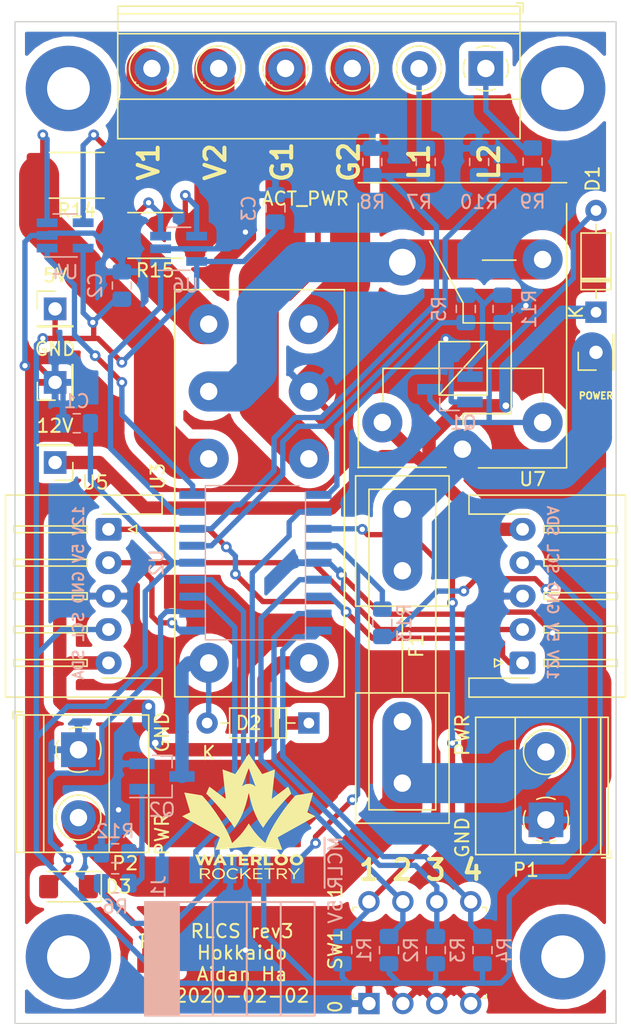
<source format=kicad_pcb>
(kicad_pcb (version 20171130) (host pcbnew "(5.1.5-0-10_14)")
  (layers (0 F.Cu signal) (31 B.Cu signal) (34 B.Paste user hide) (35 F.Paste user hide) (36 B.SilkS user) (37 F.SilkS user) (38 B.Mask user) (39 F.Mask user) (44 Edge.Cuts user))
  (net 0 "")
  (net 1 +12V)
  (net 2 "Net-(Q1-Pad1)")
  (net 3 "Net-(Q2-Pad1)")
  (net 4 "Net-(U1-Pad4)")
  (net 5 GND)
  (net 6 +5V)
  (net 7 "Net-(F1-Pad1)")
  (net 8 "Net-(P3-Pad1)")
  (net 9 "Net-(P3-Pad2)")
  (net 10 "Net-(D1-Pad2)")
  (net 11 "Net-(D2-Pad2)")
  (net 12 "Net-(F1-Pad2)")
  (net 13 /~MCLR)
  (net 14 /ICSPDAT)
  (net 15 /ICSPCLK)
  (net 16 /G2)
  (net 17 /G1)
  (net 18 /P2)
  (net 19 /P1)
  (net 20 /DIP_1)
  (net 21 /DIP_2)
  (net 22 /DIP_3)
  (net 23 /DIP_4)
  (net 24 /POWER)
  (net 25 /SELECT)
  (net 26 /LIM1)
  (net 27 /LIM2)
  (net 28 "Net-(R14-Pad2)")
  (net 29 "Net-(R15-Pad2)")
  (net 30 /CURR_SENSE_1)
  (net 31 /CURR_SENSE_2)
  (net 32 /SCL)
  (net 33 /SDA)
  (net 34 "Net-(D3-Pad1)")
  (net 35 "Net-(D3-Pad2)")
  (module Resistor_SMD:R_0805_2012Metric_Pad1.15x1.40mm_HandSolder (layer F.Cu) (at 140.75 139.5)
    (fp_text reference R16 (at 0 -1.65) (layer F.SilkS))
    (fp_text value R)
    (pad 2 smd roundrect (at 1.025 0) (size 1.15 1.4) (layers F.Cu F.Paste F.Mask) (roundrect_rratio 0.217391) (net 5 GND))
    (pad 1 smd roundrect (at -1.025 0) (size 1.15 1.4) (layers F.Cu F.Paste F.Mask) (roundrect_rratio 0.217391) (net 34 "Net-(D3-Pad1)"))
  )
  (module LED_SMD:LED_1206_3216Metric_Pad1.42x1.75mm_HandSolder (layer F.Cu) (at 134 133.75 180)
    (fp_text reference D3 (at -3.75 0) (layer F.SilkS))
    (fp_text value D)
    (pad 2 smd roundrect (at 1.4875 0 180) (size 1.425 1.75) (layers F.Cu F.Paste F.Mask) (roundrect_rratio 0.175439) (net 35 "Net-(D3-Pad2)"))
    (pad 1 smd roundrect (at -1.4875 0 180) (size 1.425 1.75) (layers F.Cu F.Paste F.Mask) (roundrect_rratio 0.175439) (net 34 "Net-(D3-Pad1)"))
  )
  (module TerminalBlock_Phoenix:TerminalBlock_Phoenix_MKDS-1,5-2-5.08_1x02_P5.08mm_Horizontal (layer F.Cu) (at 134.75 123.5 270)
    (fp_text reference "PWR      GND" (at 2.54 -6.26 90) (layer F.SilkS))
    (fp_text value ACT_PWR)
    (pad 2 thru_hole circle (at 5.08 0 270) (size 2.6 2.6) (drill 1.3) (layers *.Cu *.Mask) (net 7 "Net-(F1-Pad1)"))
    (pad 1 thru_hole rect (at 0 0 270) (size 2.6 2.6) (drill 1.3) (layers *.Cu *.Mask) (net 5 GND))
  )
  (module rlcs:PinHeader_5x2.54_SMD_90deg_952-3198-1-ND (layer B.Cu) (at 141 132.5)
    (fp_text reference J1 (at -0.25 1.25 270) (layer B.SilkS) (effects (justify mirror)))
    (fp_text value "Programming Header")
    (pad 1 smd rect (at 0 0) (size 1 2) (layers B.Cu B.Paste B.Mask) (net 15 /ICSPCLK))
    (pad 2 smd rect (at 2.54 0) (size 1 2) (layers B.Cu B.Paste B.Mask) (net 14 /ICSPDAT))
    (pad 3 smd rect (at 5.08 0) (size 1 2) (layers B.Cu B.Paste B.Mask) (net 5 GND))
    (pad 4 smd rect (at 7.62 0) (size 1 2) (layers B.Cu B.Paste B.Mask) (net 6 +5V))
    (pad 5 smd rect (at 10.16 0) (size 1 2) (layers B.Cu B.Paste B.Mask) (net 13 /~MCLR))
  )
  (module rlcs:PIC16F1826-ISO (layer B.Cu) (at 148 109.5 270)
    (fp_text reference U2 (at 0 7.4 270) (layer B.SilkS) (effects (justify mirror)))
    (fp_text value PIC16F1826-ISO)
    (pad 18 smd rect (at -5.08 4.7 270) (size 0.6 2) (layers B.Cu B.Paste B.Mask) (net 30 /CURR_SENSE_1))
    (pad 17 smd rect (at -3.81 4.7 270) (size 0.6 2) (layers B.Cu B.Paste B.Mask) (net 31 /CURR_SENSE_2))
    (pad 16 smd rect (at -2.54 4.7 270) (size 0.6 2) (layers B.Cu B.Paste B.Mask) (net 26 /LIM1))
    (pad 15 smd rect (at -1.27 4.7 270) (size 0.6 2) (layers B.Cu B.Paste B.Mask) (net 27 /LIM2))
    (pad 14 smd rect (at 0 4.7 270) (size 0.6 2) (layers B.Cu B.Paste B.Mask) (net 6 +5V))
    (pad 13 smd rect (at 1.27 4.7 270) (size 0.6 2) (layers B.Cu B.Paste B.Mask) (net 14 /ICSPDAT))
    (pad 12 smd rect (at 2.54 4.7 270) (size 0.6 2) (layers B.Cu B.Paste B.Mask) (net 15 /ICSPCLK))
    (pad 11 smd rect (at 3.81 4.7 270) (size 0.6 2) (layers B.Cu B.Paste B.Mask) (net 35 "Net-(D3-Pad2)"))
    (pad 10 smd rect (at 5.08 4.7 270) (size 0.6 2) (layers B.Cu B.Paste B.Mask) (net 32 /SCL))
    (pad 9 smd rect (at 5.08 -4.7 270) (size 0.6 2) (layers B.Cu B.Paste B.Mask) (net 23 /DIP_4))
    (pad 8 smd rect (at 3.81 -4.7 270) (size 0.6 2) (layers B.Cu B.Paste B.Mask) (net 22 /DIP_3))
    (pad 7 smd rect (at 2.54 -4.7 270) (size 0.6 2) (layers B.Cu B.Paste B.Mask) (net 33 /SDA))
    (pad 6 smd rect (at 1.27 -4.7 270) (size 0.6 2) (layers B.Cu B.Paste B.Mask) (net 21 /DIP_2))
    (pad 5 smd rect (at 0 -4.7 270) (size 0.6 2) (layers B.Cu B.Paste B.Mask) (net 5 GND))
    (pad 4 smd rect (at -1.27 -4.7 270) (size 0.6 2) (layers B.Cu B.Paste B.Mask) (net 13 /~MCLR))
    (pad 3 smd rect (at -2.54 -4.7 270) (size 0.6 2) (layers B.Cu B.Paste B.Mask) (net 20 /DIP_1))
    (pad 2 smd rect (at -3.81 -4.7 270) (size 0.6 2) (layers B.Cu B.Paste B.Mask) (net 25 /SELECT))
    (pad 1 smd rect (at -5.08 -4.7 270) (size 0.6 2) (layers B.Cu B.Paste B.Mask) (net 24 /POWER))
  )
  (module TerminalBlock_Phoenix:TerminalBlock_Phoenix_MKDS-1,5-6_1x06_P5.00mm_Horizontal (layer F.Cu) (at 165.25 72.5 180)
    (fp_text reference ACT_PWR (at 13.5 -9.75) (layer F.SilkS))
    (fp_text value ACTUATOR)
    (pad 6 thru_hole circle (at 25 0 180) (size 2.6 2.6) (drill 1.3) (layers *.Cu *.Mask) (net 19 /P1))
    (pad 5 thru_hole circle (at 20 0 180) (size 2.6 2.6) (drill 1.3) (layers *.Cu *.Mask) (net 18 /P2))
    (pad 4 thru_hole circle (at 15 0 180) (size 2.6 2.6) (drill 1.3) (layers *.Cu *.Mask) (net 17 /G1))
    (pad 3 thru_hole circle (at 10 0 180) (size 2.6 2.6) (drill 1.3) (layers *.Cu *.Mask) (net 16 /G2))
    (pad 2 thru_hole circle (at 5 0 180) (size 2.6 2.6) (drill 1.3) (layers *.Cu *.Mask) (net 9 "Net-(P3-Pad2)"))
    (pad 1 thru_hole rect (at 0 0 180) (size 2.6 2.6) (drill 1.3) (layers *.Cu *.Mask) (net 8 "Net-(P3-Pad1)"))
  )
  (module Connector_JST:JST_XH_S5B-XH-A-1_1x05_P2.50mm_Horizontal (layer F.Cu) (at 137 107 270)
    (fp_text reference U5 (at -3.5 1) (layer F.SilkS))
    (fp_text value CONN_01x05)
    (pad 5 thru_hole oval (at 10 0 270) (size 1.7 1.95) (drill 0.95) (layers *.Cu *.Mask) (net 1 +12V))
    (pad 4 thru_hole oval (at 7.5 0 270) (size 1.7 1.95) (drill 0.95) (layers *.Cu *.Mask) (net 6 +5V))
    (pad 3 thru_hole oval (at 5 0 270) (size 1.7 1.95) (drill 0.95) (layers *.Cu *.Mask) (net 5 GND))
    (pad 2 thru_hole oval (at 2.5 0 270) (size 1.7 1.95) (drill 0.95) (layers *.Cu *.Mask) (net 32 /SCL))
    (pad 1 thru_hole roundrect (at 0 0 270) (size 1.7 1.95) (drill 0.95) (layers *.Cu *.Mask) (roundrect_rratio 0.147059) (net 33 /SDA))
  )
  (module rlcs:Relay_DPDT_RT424012F (layer F.Cu) (at 144.5 117 90)
    (fp_text reference U3 (at 13.97 -3.81 90) (layer F.SilkS))
    (fp_text value dpdt_relay)
    (pad 3 thru_hole circle (at 0 0 90) (size 3 3) (drill 1.3) (layers *.Cu *.Mask) (net 11 "Net-(D2-Pad2)"))
    (pad 4 thru_hole circle (at 0 7.5 90) (size 3 3) (drill 1.3) (layers *.Cu *.Mask) (net 1 +12V))
    (pad 1 thru_hole circle (at 20.32 0 90) (size 3 3) (drill 1.3) (layers *.Cu *.Mask) (net 4 "Net-(U1-Pad4)"))
    (pad 8 thru_hole circle (at 25.36 7.5 90) (size 3 3) (drill 1.3) (layers *.Cu *.Mask) (net 16 /G2))
    (pad 7 thru_hole circle (at 15.28 7.5 90) (size 3 3) (drill 1.3) (layers *.Cu *.Mask) (net 17 /G1))
    (pad 5 thru_hole circle (at 15.28 0 90) (size 3 3) (drill 1.3) (layers *.Cu *.Mask) (net 28 "Net-(R14-Pad2)"))
    (pad 2 thru_hole circle (at 20.32 7.5 90) (size 3 3) (drill 1.3) (layers *.Cu *.Mask) (net 5 GND))
    (pad 6 thru_hole circle (at 25.36 0 90) (size 3 3) (drill 1.3) (layers *.Cu *.Mask) (net 29 "Net-(R15-Pad2)"))
  )
  (module MountingHole:MountingHole_3.2mm_M3_Pad (layer F.Cu) (at 134 139)
    (fp_text reference "" (at 0 -4.2) (layer F.SilkS))
    (fp_text value MountingHole_3.2mm_M3_Pad)
    (pad 1 thru_hole circle (at 0 0) (size 6.4 6.4) (drill 3.2) (layers *.Cu *.Mask))
  )
  (module MountingHole:MountingHole_3.2mm_M3_Pad (layer F.Cu) (at 171 139)
    (fp_text reference "" (at 0 -4.2) (layer F.SilkS))
    (fp_text value MountingHole_3.2mm_M3_Pad)
    (pad 1 thru_hole circle (at 0 0) (size 6.4 6.4) (drill 3.2) (layers *.Cu *.Mask))
  )
  (module rlcs:rocketry_logo_small (layer F.Cu) (at 147.5 128.5)
    (fp_text reference G*** hide)
    (fp_text value LOGO hide)
  )
  (module MountingHole:MountingHole_3.2mm_M3_Pad (layer F.Cu) (at 171 74)
    (fp_text reference "" (at 0 -4.2) (layer F.SilkS))
    (fp_text value MountingHole_3.2mm_M3_Pad)
    (pad 1 thru_hole circle (at 0 0) (size 6.4 6.4) (drill 3.2) (layers *.Cu *.Mask))
  )
  (module MountingHole:MountingHole_3.2mm_M3_Pad (layer F.Cu) (at 134 74)
    (fp_text reference "" (at 0 -4.2) (layer F.SilkS))
    (fp_text value MountingHole_3.2mm_M3_Pad)
    (pad 1 thru_hole circle (at 0 0) (size 6.4 6.4) (drill 3.2) (layers *.Cu *.Mask))
  )
  (module rlcs:Relay_SPST_G5LE-1A (layer F.Cu) (at 163.5 101 90)
    (fp_text reference U1 hide)
    (fp_text value SPST_POWER_RELAY)
    (pad 2 thru_hole circle (at 2 6 180) (size 3 3) (drill 1.3) (layers *.Cu *.Mask) (net 10 "Net-(D1-Pad2)"))
    (pad 4 thru_hole circle (at 14.2 6 180) (size 3 3) (drill 1.3) (layers *.Cu *.Mask) (net 4 "Net-(U1-Pad4)"))
    (pad 1 thru_hole circle (at 2 -6 180) (size 3 3) (drill 1.3) (layers *.Cu *.Mask) (net 1 +12V))
    (pad 3 thru_hole circle (at 0 0 180) (size 3 3) (drill 1.3) (layers *.Cu *.Mask) (net 12 "Net-(F1-Pad2)"))
  )
  (module Package_TO_SOT_SMD:SOT-23-5_HandSoldering (layer B.Cu) (at 133.75 85)
    (fp_text reference U4 (at 0 2.75 180) (layer B.SilkS) (effects (justify mirror)))
    (fp_text value INA180A1)
    (pad 5 smd rect (at 1.35 0.95) (size 1.56 0.65) (layers B.Cu B.Paste B.Mask) (net 6 +5V))
    (pad 4 smd rect (at 1.35 -0.95) (size 1.56 0.65) (layers B.Cu B.Paste B.Mask) (net 19 /P1))
    (pad 3 smd rect (at -1.35 -0.95) (size 1.56 0.65) (layers B.Cu B.Paste B.Mask) (net 28 "Net-(R14-Pad2)"))
    (pad 2 smd rect (at -1.35 0) (size 1.56 0.65) (layers B.Cu B.Paste B.Mask) (net 5 GND))
    (pad 1 smd rect (at -1.35 0.95) (size 1.56 0.65) (layers B.Cu B.Paste B.Mask) (net 30 /CURR_SENSE_1))
  )
  (module Socket_Strips:Socket_Strip_Straight_1x01_Pitch2.54mm (layer F.Cu) (at 133 96 90)
    (fp_text reference GND (at 2.5 0 180) (layer F.SilkS))
    (fp_text value TEST_1P)
    (pad 1 thru_hole rect (at 0 0 90) (size 1.7 1.7) (drill 1) (layers *.Cu *.Mask) (net 5 GND))
  )
  (module Socket_Strips:Socket_Strip_Straight_1x01_Pitch2.54mm (layer F.Cu) (at 133 102 180)
    (fp_text reference 12V (at 0 2.75) (layer F.SilkS))
    (fp_text value TEST_1P)
    (pad 1 thru_hole rect (at 0 0 180) (size 1.7 1.7) (drill 1) (layers *.Cu *.Mask) (net 1 +12V))
  )
  (module Socket_Strips:Socket_Strip_Straight_1x01_Pitch2.54mm (layer F.Cu) (at 133 90.5)
    (fp_text reference 5V (at 0 -2.5) (layer F.SilkS))
    (fp_text value TEST_1P)
    (pad 1 thru_hole rect (at 0 0) (size 1.7 1.7) (drill 1) (layers *.Cu *.Mask) (net 6 +5V))
  )
  (module Socket_Strips:Socket_Strip_Straight_1x01_Pitch2.54mm (layer F.Cu) (at 173.5 93.75 90)
    (fp_text reference POWER (at -3.25 0) (layer F.SilkS) (effects (font (size 0.5 0.5) (thickness 0.125))))
    (fp_text value TEST_1P)
    (pad 1 thru_hole rect (at 0 0 90) (size 1.7 1.7) (drill 1) (layers *.Cu *.Mask) (net 12 "Net-(F1-Pad2)"))
  )
  (module Capacitor_SMD:C_0805_2012Metric_Pad1.15x1.40mm_HandSolder (layer B.Cu) (at 134.62 99.06 180)
    (fp_text reference C1 (at 0 1.65 180) (layer B.SilkS) (effects (justify mirror)))
    (fp_text value 22uF)
    (pad 1 smd roundrect (at -1.025 0 180) (size 1.15 1.4) (layers B.Cu B.Paste B.Mask) (roundrect_rratio 0.217391) (net 6 +5V))
    (pad 2 smd roundrect (at 1.025 0 180) (size 1.15 1.4) (layers B.Cu B.Paste B.Mask) (roundrect_rratio 0.217391) (net 5 GND))
  )
  (module Capacitor_SMD:C_0805_2012Metric_Pad1.15x1.40mm_HandSolder (layer B.Cu) (at 138 88.75 270)
    (fp_text reference C2 (at 0 2 90) (layer B.SilkS) (effects (justify mirror)))
    (fp_text value 0.1uF)
    (pad 1 smd roundrect (at -1.025 0 270) (size 1.15 1.4) (layers B.Cu B.Paste B.Mask) (roundrect_rratio 0.217391) (net 5 GND))
    (pad 2 smd roundrect (at 1.025 0 270) (size 1.15 1.4) (layers B.Cu B.Paste B.Mask) (roundrect_rratio 0.217391) (net 6 +5V))
  )
  (module Capacitor_SMD:C_0805_2012Metric_Pad1.15x1.40mm_HandSolder (layer B.Cu) (at 149.5 82.975 270)
    (fp_text reference C3 (at 0 2 90) (layer B.SilkS) (effects (justify mirror)))
    (fp_text value 0.1uF)
    (pad 1 smd roundrect (at -1.025 0 270) (size 1.15 1.4) (layers B.Cu B.Paste B.Mask) (roundrect_rratio 0.217391) (net 5 GND))
    (pad 2 smd roundrect (at 1.025 0 270) (size 1.15 1.4) (layers B.Cu B.Paste B.Mask) (roundrect_rratio 0.217391) (net 6 +5V))
  )
  (module Diode_THT:D_DO-35_SOD27_P7.62mm_Horizontal (layer F.Cu) (at 173.5 90.75 90)
    (fp_text reference D1 (at 10 -0.25 270) (layer F.SilkS))
    (fp_text value D)
    (fp_text user K (at 0 -1.5 90) (layer F.SilkS))
    (pad 1 thru_hole rect (at 0 0 90) (size 1.6 1.6) (drill 0.8) (layers *.Cu *.Mask) (net 1 +12V))
    (pad 2 thru_hole oval (at 7.62 0 90) (size 1.6 1.6) (drill 0.8) (layers *.Cu *.Mask) (net 10 "Net-(D1-Pad2)"))
  )
  (module Diode_THT:D_DO-35_SOD27_P7.62mm_Horizontal (layer F.Cu) (at 152 121.5 180)
    (fp_text reference D2 (at 4.5 0 180) (layer F.SilkS))
    (fp_text value D)
    (fp_text user K (at 7.5 -2.25) (layer F.SilkS))
    (pad 2 thru_hole oval (at 7.62 0 180) (size 1.6 1.6) (drill 0.8) (layers *.Cu *.Mask) (net 11 "Net-(D2-Pad2)"))
    (pad 1 thru_hole rect (at 0 0 180) (size 1.6 1.6) (drill 0.8) (layers *.Cu *.Mask) (net 1 +12V))
  )
  (module rlcs:littlefuse_01000020Z (layer F.Cu) (at 159 126 90)
    (fp_text reference F1 (at 10.275 1.05 270) (layer F.SilkS))
    (fp_text value FUSE)
    (pad 2 thru_hole circle (at 15.9 0 90) (size 2.35 2.35) (drill 1.3) (layers *.Cu *.Mask) (net 12 "Net-(F1-Pad2)"))
    (pad 2 thru_hole circle (at 20.5 0 90) (size 2.35 2.35) (drill 1.3) (layers *.Cu *.Mask) (net 12 "Net-(F1-Pad2)"))
    (pad 1 thru_hole circle (at 4.6 0 90) (size 2.35 2.35) (drill 1.3) (layers *.Cu *.Mask) (net 7 "Net-(F1-Pad1)"))
    (pad 1 thru_hole circle (at 0 0 90) (size 2.35 2.35) (drill 1.3) (layers *.Cu *.Mask) (net 7 "Net-(F1-Pad1)"))
  )
  (module TerminalBlock_Phoenix:TerminalBlock_Phoenix_MKDS-1,5-2-5.08_1x02_P5.08mm_Horizontal (layer F.Cu) (at 169.75 128.75 90)
    (fp_text reference "GND      PWR" (at 2.54 -6.26 90) (layer F.SilkS))
    (fp_text value ACT_PWR)
    (pad 1 thru_hole rect (at 0 0 90) (size 2.6 2.6) (drill 1.3) (layers *.Cu *.Mask) (net 5 GND))
    (pad 2 thru_hole circle (at 5.08 0 90) (size 2.6 2.6) (drill 1.3) (layers *.Cu *.Mask) (net 7 "Net-(F1-Pad1)"))
  )
  (module Resistor_SMD:R_0805_2012Metric_Pad1.15x1.40mm_HandSolder (layer B.Cu) (at 154.5 138.5 90)
    (fp_text reference R1 (at 0 1.65 270) (layer B.SilkS) (effects (justify mirror)))
    (fp_text value 10k)
    (pad 1 smd roundrect (at -1.025 0 90) (size 1.15 1.4) (layers B.Cu B.Paste B.Mask) (roundrect_rratio 0.217391) (net 6 +5V))
    (pad 2 smd roundrect (at 1.025 0 90) (size 1.15 1.4) (layers B.Cu B.Paste B.Mask) (roundrect_rratio 0.217391) (net 20 /DIP_1))
  )
  (module Resistor_SMD:R_0805_2012Metric_Pad1.15x1.40mm_HandSolder (layer B.Cu) (at 158 138.5 90)
    (fp_text reference R2 (at 0 1.65 270) (layer B.SilkS) (effects (justify mirror)))
    (fp_text value 10k)
    (pad 1 smd roundrect (at -1.025 0 90) (size 1.15 1.4) (layers B.Cu B.Paste B.Mask) (roundrect_rratio 0.217391) (net 6 +5V))
    (pad 2 smd roundrect (at 1.025 0 90) (size 1.15 1.4) (layers B.Cu B.Paste B.Mask) (roundrect_rratio 0.217391) (net 21 /DIP_2))
  )
  (module Resistor_SMD:R_0805_2012Metric_Pad1.15x1.40mm_HandSolder (layer B.Cu) (at 161.5 138.5 90)
    (fp_text reference R3 (at 0 1.65 270) (layer B.SilkS) (effects (justify mirror)))
    (fp_text value 10k)
    (pad 2 smd roundrect (at 1.025 0 90) (size 1.15 1.4) (layers B.Cu B.Paste B.Mask) (roundrect_rratio 0.217391) (net 22 /DIP_3))
    (pad 1 smd roundrect (at -1.025 0 90) (size 1.15 1.4) (layers B.Cu B.Paste B.Mask) (roundrect_rratio 0.217391) (net 6 +5V))
  )
  (module Resistor_SMD:R_0805_2012Metric_Pad1.15x1.40mm_HandSolder (layer B.Cu) (at 165 138.5 90)
    (fp_text reference R4 (at 0 1.65 270) (layer B.SilkS) (effects (justify mirror)))
    (fp_text value 10k)
    (pad 2 smd roundrect (at 1.025 0 90) (size 1.15 1.4) (layers B.Cu B.Paste B.Mask) (roundrect_rratio 0.217391) (net 23 /DIP_4))
    (pad 1 smd roundrect (at -1.025 0 90) (size 1.15 1.4) (layers B.Cu B.Paste B.Mask) (roundrect_rratio 0.217391) (net 6 +5V))
  )
  (module Resistor_SMD:R_0805_2012Metric_Pad1.15x1.40mm_HandSolder (layer B.Cu) (at 163.75 90.5 270)
    (fp_text reference R5 (at 0 2 270) (layer B.SilkS) (effects (justify mirror)))
    (fp_text value 150)
    (pad 1 smd roundrect (at -1.025 0 270) (size 1.15 1.4) (layers B.Cu B.Paste B.Mask) (roundrect_rratio 0.217391) (net 2 "Net-(Q1-Pad1)"))
    (pad 2 smd roundrect (at 1.025 0 270) (size 1.15 1.4) (layers B.Cu B.Paste B.Mask) (roundrect_rratio 0.217391) (net 24 /POWER))
  )
  (module Resistor_SMD:R_0805_2012Metric_Pad1.15x1.40mm_HandSolder (layer B.Cu) (at 137.5 133.5 180)
    (fp_text reference R6 (at 0 -1.75 180) (layer B.SilkS) (effects (justify mirror)))
    (fp_text value 150)
    (pad 2 smd roundrect (at 1.025 0 180) (size 1.15 1.4) (layers B.Cu B.Paste B.Mask) (roundrect_rratio 0.217391) (net 25 /SELECT))
    (pad 1 smd roundrect (at -1.025 0 180) (size 1.15 1.4) (layers B.Cu B.Paste B.Mask) (roundrect_rratio 0.217391) (net 3 "Net-(Q2-Pad1)"))
  )
  (module Resistor_SMD:R_0805_2012Metric_Pad1.15x1.40mm_HandSolder (layer B.Cu) (at 160.75 79.5 270)
    (fp_text reference R7 (at 3 0.5) (layer B.SilkS) (effects (justify mirror)))
    (fp_text value 20K)
    (pad 2 smd roundrect (at 1.025 0 270) (size 1.15 1.4) (layers B.Cu B.Paste B.Mask) (roundrect_rratio 0.217391) (net 26 /LIM1))
    (pad 1 smd roundrect (at -1.025 0 270) (size 1.15 1.4) (layers B.Cu B.Paste B.Mask) (roundrect_rratio 0.217391) (net 9 "Net-(P3-Pad2)"))
  )
  (module Resistor_SMD:R_0805_2012Metric_Pad1.15x1.40mm_HandSolder (layer B.Cu) (at 156.75 79.5 90)
    (fp_text reference R8 (at -3 0) (layer B.SilkS) (effects (justify mirror)))
    (fp_text value 10K)
    (pad 1 smd roundrect (at -1.025 0 90) (size 1.15 1.4) (layers B.Cu B.Paste B.Mask) (roundrect_rratio 0.217391) (net 26 /LIM1))
    (pad 2 smd roundrect (at 1.025 0 90) (size 1.15 1.4) (layers B.Cu B.Paste B.Mask) (roundrect_rratio 0.217391) (net 5 GND))
  )
  (module Resistor_SMD:R_0805_2012Metric_Pad1.15x1.40mm_HandSolder (layer B.Cu) (at 168.75 79.475 270)
    (fp_text reference R9 (at 3 0) (layer B.SilkS) (effects (justify mirror)))
    (fp_text value 20K)
    (pad 1 smd roundrect (at -1.025 0 270) (size 1.15 1.4) (layers B.Cu B.Paste B.Mask) (roundrect_rratio 0.217391) (net 8 "Net-(P3-Pad1)"))
    (pad 2 smd roundrect (at 1.025 0 270) (size 1.15 1.4) (layers B.Cu B.Paste B.Mask) (roundrect_rratio 0.217391) (net 27 /LIM2))
  )
  (module Resistor_SMD:R_0805_2012Metric_Pad1.15x1.40mm_HandSolder (layer B.Cu) (at 164.75 79.5 90)
    (fp_text reference R10 (at -3 0) (layer B.SilkS) (effects (justify mirror)))
    (fp_text value 10K)
    (pad 2 smd roundrect (at 1.025 0 90) (size 1.15 1.4) (layers B.Cu B.Paste B.Mask) (roundrect_rratio 0.217391) (net 5 GND))
    (pad 1 smd roundrect (at -1.025 0 90) (size 1.15 1.4) (layers B.Cu B.Paste B.Mask) (roundrect_rratio 0.217391) (net 27 /LIM2))
  )
  (module Resistor_SMD:R_0805_2012Metric_Pad1.15x1.40mm_HandSolder (layer B.Cu) (at 166.5 90.5 270)
    (fp_text reference R11 (at 0 -2 90) (layer B.SilkS) (effects (justify mirror)))
    (fp_text value 10K)
    (pad 2 smd roundrect (at 1.025 0 270) (size 1.15 1.4) (layers B.Cu B.Paste B.Mask) (roundrect_rratio 0.217391) (net 5 GND))
    (pad 1 smd roundrect (at -1.025 0 270) (size 1.15 1.4) (layers B.Cu B.Paste B.Mask) (roundrect_rratio 0.217391) (net 2 "Net-(Q1-Pad1)"))
  )
  (module Resistor_SMD:R_0805_2012Metric_Pad1.15x1.40mm_HandSolder (layer B.Cu) (at 137.5 131.25 180)
    (fp_text reference R12 (at 0 1.65) (layer B.SilkS) (effects (justify mirror)))
    (fp_text value 10K)
    (pad 1 smd roundrect (at -1.025 0 180) (size 1.15 1.4) (layers B.Cu B.Paste B.Mask) (roundrect_rratio 0.217391) (net 3 "Net-(Q2-Pad1)"))
    (pad 2 smd roundrect (at 1.025 0 180) (size 1.15 1.4) (layers B.Cu B.Paste B.Mask) (roundrect_rratio 0.217391) (net 5 GND))
  )
  (module Resistor_SMD:R_0805_2012Metric_Pad1.15x1.40mm_HandSolder (layer B.Cu) (at 157.5 114 90)
    (fp_text reference R13 (at 0 1.65 90) (layer B.SilkS) (effects (justify mirror)))
    (fp_text value 10K)
    (pad 1 smd roundrect (at -1.025 0 90) (size 1.15 1.4) (layers B.Cu B.Paste B.Mask) (roundrect_rratio 0.217391) (net 6 +5V))
    (pad 2 smd roundrect (at 1.025 0 90) (size 1.15 1.4) (layers B.Cu B.Paste B.Mask) (roundrect_rratio 0.217391) (net 13 /~MCLR))
  )
  (module rlcs:DIP_SWITCH_4X2 (layer F.Cu) (at 156.5 142.5 90)
    (fp_text reference "0   SW1   1" (at 4.05 -2.52 90) (layer F.SilkS))
    (fp_text value SW_DIP_x04)
    (pad 8 thru_hole circle (at 7.62 0 90) (size 1.6 1.6) (drill 1) (layers *.Cu *.Mask) (net 20 /DIP_1))
    (pad 7 thru_hole circle (at 7.62 2.54 90) (size 1.6 1.6) (drill 1) (layers *.Cu *.Mask) (net 21 /DIP_2))
    (pad 6 thru_hole circle (at 7.62 5.08 90) (size 1.6 1.6) (drill 1) (layers *.Cu *.Mask) (net 22 /DIP_3))
    (pad 5 thru_hole circle (at 7.62 7.62 90) (size 1.6 1.6) (drill 1) (layers *.Cu *.Mask) (net 23 /DIP_4))
    (pad 4 thru_hole circle (at 0 7.62 90) (size 1.6 1.6) (drill 1) (layers *.Cu *.Mask) (net 5 GND))
    (pad 3 thru_hole circle (at 0 5.08 90) (size 1.6 1.6) (drill 1) (layers *.Cu *.Mask) (net 5 GND))
    (pad 2 thru_hole circle (at 0 2.54 90) (size 1.6 1.6) (drill 1) (layers *.Cu *.Mask) (net 5 GND))
    (pad 1 thru_hole rect (at 0 0 90) (size 1.6 1.6) (drill 1) (layers *.Cu *.Mask) (net 5 GND))
  )
  (module Connector_JST:JST_XH_S5B-XH-A-1_1x05_P2.50mm_Horizontal (layer F.Cu) (at 168 117 90)
    (fp_text reference U7 (at 13.75 0.75 180) (layer F.SilkS))
    (fp_text value CONN_01x05)
    (pad 1 thru_hole roundrect (at 0 0 90) (size 1.7 1.95) (drill 0.95) (layers *.Cu *.Mask) (roundrect_rratio 0.147059) (net 33 /SDA))
    (pad 2 thru_hole oval (at 2.5 0 90) (size 1.7 1.95) (drill 0.95) (layers *.Cu *.Mask) (net 32 /SCL))
    (pad 3 thru_hole oval (at 5 0 90) (size 1.7 1.95) (drill 0.95) (layers *.Cu *.Mask) (net 5 GND))
    (pad 4 thru_hole oval (at 7.5 0 90) (size 1.7 1.95) (drill 0.95) (layers *.Cu *.Mask) (net 6 +5V))
    (pad 5 thru_hole oval (at 10 0 90) (size 1.7 1.95) (drill 0.95) (layers *.Cu *.Mask) (net 1 +12V))
  )
  (module Package_TO_SOT_SMD:SOT-23-5_HandSoldering (layer B.Cu) (at 142.25 86)
    (fp_text reference U6 (at 0.5 2.75 180) (layer B.SilkS) (effects (justify mirror)))
    (fp_text value INA180A1)
    (pad 1 smd rect (at -1.35 0.95) (size 1.56 0.65) (layers B.Cu B.Paste B.Mask) (net 31 /CURR_SENSE_2))
    (pad 2 smd rect (at -1.35 0) (size 1.56 0.65) (layers B.Cu B.Paste B.Mask) (net 5 GND))
    (pad 3 smd rect (at -1.35 -0.95) (size 1.56 0.65) (layers B.Cu B.Paste B.Mask) (net 29 "Net-(R15-Pad2)"))
    (pad 4 smd rect (at 1.35 -0.95) (size 1.56 0.65) (layers B.Cu B.Paste B.Mask) (net 18 /P2))
    (pad 5 smd rect (at 1.35 0.95) (size 1.56 0.65) (layers B.Cu B.Paste B.Mask) (net 6 +5V))
  )
  (module Resistor_SMD:R_2512_6332Metric_Pad1.52x3.35mm_HandSolder (layer F.Cu) (at 134.62 80.5 180)
    (fp_text reference R14 (at 0 -2.62) (layer F.SilkS))
    (fp_text value 0.02)
    (pad 1 smd roundrect (at -2.9875 0 180) (size 1.525 3.35) (layers F.Cu F.Paste F.Mask) (roundrect_rratio 0.163934) (net 19 /P1))
    (pad 2 smd roundrect (at 2.9875 0 180) (size 1.525 3.35) (layers F.Cu F.Paste F.Mask) (roundrect_rratio 0.163934) (net 28 "Net-(R14-Pad2)"))
  )
  (module Resistor_SMD:R_2512_6332Metric_Pad1.52x3.35mm_HandSolder (layer F.Cu) (at 140.5 85 180)
    (fp_text reference R15 (at 0 -2.62) (layer F.SilkS))
    (fp_text value 0.02)
    (pad 2 smd roundrect (at 2.9875 0 180) (size 1.525 3.35) (layers F.Cu F.Paste F.Mask) (roundrect_rratio 0.163934) (net 29 "Net-(R15-Pad2)"))
    (pad 1 smd roundrect (at -2.9875 0 180) (size 1.525 3.35) (layers F.Cu F.Paste F.Mask) (roundrect_rratio 0.163934) (net 18 /P2))
  )
  (module Package_TO_SOT_SMD:SOT-23_Handsoldering (layer B.Cu) (at 162.56 96.52 180)
    (fp_text reference Q1 (at -1 -2.5 180) (layer B.SilkS) (effects (justify mirror)))
    (fp_text value MMBF170)
    (pad 3 smd rect (at 1.5 0 180) (size 1.9 0.8) (layers B.Cu B.Paste B.Mask) (net 10 "Net-(D1-Pad2)"))
    (pad 2 smd rect (at -1.5 -0.95 180) (size 1.9 0.8) (layers B.Cu B.Paste B.Mask) (net 5 GND))
    (pad 1 smd rect (at -1.5 0.95 180) (size 1.9 0.8) (layers B.Cu B.Paste B.Mask) (net 2 "Net-(Q1-Pad1)"))
  )
  (module Package_TO_SOT_SMD:SOT-23_Handsoldering (layer B.Cu) (at 141 125.5)
    (fp_text reference Q2 (at 0 2.5) (layer B.SilkS) (effects (justify mirror)))
    (fp_text value MMBF170)
    (pad 1 smd rect (at -1.5 0.95) (size 1.9 0.8) (layers B.Cu B.Paste B.Mask) (net 3 "Net-(Q2-Pad1)"))
    (pad 2 smd rect (at -1.5 -0.95) (size 1.9 0.8) (layers B.Cu B.Paste B.Mask) (net 5 GND))
    (pad 3 smd rect (at 1.5 0) (size 1.9 0.8) (layers B.Cu B.Paste B.Mask) (net 11 "Net-(D2-Pad2)"))
  )
  (gr_text "P2\n" (at 138.25 132) (layer F.SilkS) (effects (font (size 1 1))))
  (gr_text P1 (at 168.25 132.5) (layer F.SilkS) (effects (font (size 1 1))))
  (gr_text "12V 5V GND SCL SDA" (at 170.25 111.75 270) (layer B.SilkS) (effects (font (size 0.8 0.8)) (justify mirror)))
  (gr_text "12V 5V GND SCL SDA" (at 134.75 111.75 90) (layer B.SilkS) (effects (font (size 0.8 0.8)) (justify mirror)))
  (gr_text "~MCLR 5V" (at 154 133.25 90) (layer B.SilkS) (effects (font (size 1 1)) (justify mirror)))
  (gr_text 1 (at 156.5 132.5) (layer F.SilkS) (effects (font (size 1.5 1.5) (thickness 0.3))))
  (gr_text 2 (at 159 132.5) (layer F.SilkS) (effects (font (size 1.5 1.5) (thickness 0.3))))
  (gr_text 3 (at 161.5 132.5) (layer F.SilkS) (effects (font (size 1.5 1.5) (thickness 0.3))))
  (gr_text 4 (at 164.25 132.5) (layer F.SilkS) (effects (font (size 1.5 1.5) (thickness 0.3))))
  (gr_text L2 (at 165.5 79.5 90) (layer F.SilkS) (effects (font (size 1.5 1.5) (thickness 0.3))))
  (gr_text L1 (at 160.25 79.5 90) (layer F.SilkS) (effects (font (size 1.5 1.5) (thickness 0.3))))
  (gr_line (start 175 144) (end 175 69) (layer Edge.Cuts) (width 0.1))
  (gr_line (start 130 144) (end 175 144) (layer Edge.Cuts) (width 0.1))
  (gr_line (start 130 144) (end 130 69) (layer Edge.Cuts) (width 0.1))
  (gr_line (start 130 69) (end 175 69) (layer Edge.Cuts) (width 0.1))
  (gr_text "RLCS rev3\nHokkaido\nAidan Ha\n2020-02-02" (at 147 139.5) (layer F.SilkS) (effects (font (size 1 1))))
  (gr_text G2 (at 155 79.5 90) (layer F.SilkS) (effects (font (size 1.5 1.5) (thickness 0.3))))
  (gr_text G1 (at 150 79.5 90) (layer F.SilkS) (effects (font (size 1.5 1.5) (thickness 0.3))))
  (gr_text "V2\n" (at 145 79.5 90) (layer F.SilkS) (effects (font (size 1.5 1.5) (thickness 0.3))))
  (gr_text V1 (at 140 79.5 90) (layer F.SilkS) (effects (font (size 1.5 1.5) (thickness 0.3))))
  (segment (start 168 107) (end 165.5 107) (width 1) (layer F.Cu) (net 1))
  (segment (start 150.2 121.5) (end 152 121.5) (width 1) (layer F.Cu) (net 1))
  (segment (start 148.645999 123.054001) (end 150.2 121.5) (width 1) (layer F.Cu) (net 1))
  (segment (start 148.645999 118.232681) (end 148.645999 123.054001) (width 1) (layer F.Cu) (net 1))
  (segment (start 149.87868 117) (end 148.645999 118.232681) (width 1) (layer F.Cu) (net 1))
  (segment (start 152 117) (end 149.87868 117) (width 1) (layer F.Cu) (net 1))
  (segment (start 165.5 107) (end 163.87 105.37) (width 1) (layer F.Cu) (net 1))
  (segment (start 139.7 105.41) (end 137.16 102.87) (width 1) (layer F.Cu) (net 1))
  (segment (start 153.67 105.41) (end 139.7 105.41) (width 1) (layer F.Cu) (net 1))
  (segment (start 136.29 102) (end 137.16 102.87) (width 1) (layer F.Cu) (net 1))
  (segment (start 133 102) (end 136.29 102) (width 1) (layer F.Cu) (net 1))
  (segment (start 137.16 102.87) (end 134.62 105.41) (width 1) (layer F.Cu) (net 1))
  (segment (start 134.62 105.41) (end 133.35 106.68) (width 1) (layer F.Cu) (net 1))
  (segment (start 157.52 101.56) (end 153.67 105.41) (width 1) (layer F.Cu) (net 1))
  (segment (start 160.06 101.56) (end 157.52 101.56) (width 1) (layer F.Cu) (net 1))
  (segment (start 160.06 101.56) (end 157.5 99) (width 1) (layer F.Cu) (net 1))
  (segment (start 163.87 105.37) (end 162.070999 103.570999) (width 1) (layer F.Cu) (net 1))
  (via (at 166.75 97.75) (size 1) (drill 0.5) (layers F.Cu B.Cu) (net 1))
  (segment (start 163.414078 97.75) (end 161 100.164078) (width 1) (layer F.Cu) (net 1))
  (segment (start 166.75 97.75) (end 163.414078 97.75) (width 1) (layer F.Cu) (net 1))
  (segment (start 161 102.25) (end 160.06 101.56) (width 1) (layer F.Cu) (net 1))
  (segment (start 161 100.164078) (end 161 102.25) (width 1) (layer F.Cu) (net 1))
  (segment (start 162.070999 103.570999) (end 161 102.25) (width 1) (layer F.Cu) (net 1))
  (segment (start 133.35 106.68) (end 133.35 117.85) (width 1) (layer F.Cu) (net 1))
  (segment (start 134.2 117) (end 137 117) (width 1) (layer F.Cu) (net 1))
  (segment (start 133.35 117.85) (end 134.2 117) (width 1) (layer F.Cu) (net 1))
  (segment (start 133.35 117.85) (end 133.35 119.38) (width 1) (layer F.Cu) (net 1))
  (via (at 140.5 123) (size 1) (drill 0.5) (layers F.Cu B.Cu) (net 1))
  (segment (start 140.999999 123.499999) (end 140.5 123) (width 1) (layer F.Cu) (net 1))
  (segment (start 148.200001 123.499999) (end 140.999999 123.499999) (width 1) (layer F.Cu) (net 1))
  (segment (start 148.645999 123.054001) (end 148.200001 123.499999) (width 1) (layer F.Cu) (net 1))
  (via (at 140 120.25) (size 1) (drill 0.5) (layers F.Cu B.Cu) (net 1))
  (segment (start 133.35 119.38) (end 133.35 119.530625) (width 1) (layer F.Cu) (net 1))
  (segment (start 140.5 123) (end 140.5 122) (width 1) (layer B.Cu) (net 1))
  (segment (start 133.35 119.38) (end 133.35 119.85) (width 1) (layer F.Cu) (net 1))
  (segment (start 133.75 120.25) (end 138.75 120.25) (width 1) (layer F.Cu) (net 1))
  (segment (start 133.35 119.85) (end 133.75 120.25) (width 1) (layer F.Cu) (net 1))
  (segment (start 140 121.5) (end 140.5 122) (width 1) (layer B.Cu) (net 1))
  (segment (start 140 120.25) (end 140 121.5) (width 1) (layer B.Cu) (net 1))
  (segment (start 138.75 120.25) (end 140 120.25) (width 1) (layer F.Cu) (net 1))
  (segment (start 166.75 97.75) (end 166.75 94.95) (width 1) (layer B.Cu) (net 1))
  (segment (start 170.95 90.75) (end 173.5 90.75) (width 1) (layer B.Cu) (net 1))
  (segment (start 166.75 94.95) (end 170.95 90.75) (width 1) (layer B.Cu) (net 1))
  (segment (start 164.06 94.77) (end 165 93.83) (width 0.4) (layer B.Cu) (net 2))
  (segment (start 164.06 95.57) (end 164.06 94.77) (width 0.4) (layer B.Cu) (net 2))
  (segment (start 165.8 89.475) (end 166.5 89.475) (width 0.4) (layer B.Cu) (net 2))
  (segment (start 165 90.275) (end 165.8 89.475) (width 0.4) (layer B.Cu) (net 2))
  (segment (start 165 93.83) (end 165 90.275) (width 0.4) (layer B.Cu) (net 2))
  (segment (start 165 90.025) (end 165 90.275) (width 0.4) (layer B.Cu) (net 2))
  (segment (start 164.45 89.475) (end 165 90.025) (width 0.4) (layer B.Cu) (net 2))
  (segment (start 163.75 89.475) (end 164.45 89.475) (width 0.4) (layer B.Cu) (net 2))
  (segment (start 139.1 133.5) (end 138.525 133.5) (width 0.4) (layer B.Cu) (net 3))
  (segment (start 139.5 133.1) (end 139.1 133.5) (width 0.4) (layer B.Cu) (net 3))
  (segment (start 139.1 131.25) (end 139.5 130.85) (width 0.4) (layer B.Cu) (net 3))
  (segment (start 138.525 131.25) (end 139.1 131.25) (width 0.4) (layer B.Cu) (net 3))
  (segment (start 139.5 130.85) (end 139.5 130.5) (width 0.4) (layer B.Cu) (net 3))
  (segment (start 139.5 130.5) (end 139.5 133.1) (width 0.4) (layer B.Cu) (net 3))
  (segment (start 139.5 126.45) (end 139.5 130.5) (width 0.4) (layer B.Cu) (net 3))
  (via (at 159 87) (size 3.5) (drill 2) (layers F.Cu B.Cu) (net 4))
  (segment (start 146.62132 96.68) (end 144.5 96.68) (width 3) (layer B.Cu) (net 4))
  (segment (start 148.100001 90.211997) (end 148.100001 95.201319) (width 3) (layer B.Cu) (net 4))
  (segment (start 151.311998 87) (end 148.100001 90.211997) (width 3) (layer B.Cu) (net 4))
  (segment (start 148.100001 95.201319) (end 146.62132 96.68) (width 3) (layer B.Cu) (net 4))
  (segment (start 151.311998 87) (end 159 87) (width 3) (layer B.Cu) (net 4))
  (segment (start 159.2 86.8) (end 159 87) (width 3) (layer F.Cu) (net 4))
  (segment (start 169.5 86.8) (end 159.2 86.8) (width 3) (layer F.Cu) (net 4))
  (segment (start 172.754001 97.438079) (end 172.754001 118.133997) (width 3) (layer F.Cu) (net 5))
  (segment (start 170.495923 95.180001) (end 172.754001 97.438079) (width 3) (layer F.Cu) (net 5))
  (segment (start 153.499999 95.180001) (end 170.495923 95.180001) (width 3) (layer F.Cu) (net 5))
  (segment (start 152 96.68) (end 153.499999 95.180001) (width 3) (layer F.Cu) (net 5))
  (via (at 162.25 92.75) (size 0.8) (drill 0.4) (layers F.Cu B.Cu) (net 5))
  (segment (start 162.655999 93.155999) (end 162.25 92.75) (width 0.4) (layer B.Cu) (net 5))
  (segment (start 162.655999 97.415999) (end 162.655999 93.155999) (width 0.4) (layer B.Cu) (net 5))
  (segment (start 162.71 97.47) (end 162.655999 97.415999) (width 0.4) (layer B.Cu) (net 5))
  (segment (start 164.06 97.47) (end 162.71 97.47) (width 0.4) (layer B.Cu) (net 5))
  (via (at 168.25 90.25) (size 0.8) (drill 0.4) (layers F.Cu B.Cu) (net 5))
  (segment (start 165.75 92.75) (end 168.25 90.25) (width 0.4) (layer F.Cu) (net 5))
  (segment (start 162.25 92.75) (end 165.75 92.75) (width 0.4) (layer F.Cu) (net 5))
  (segment (start 167.775 90.25) (end 166.5 91.525) (width 0.4) (layer B.Cu) (net 5))
  (segment (start 168.25 90.25) (end 167.775 90.25) (width 0.4) (layer B.Cu) (net 5))
  (via (at 130.741999 94.75) (size 0.8) (drill 0.4) (layers F.Cu B.Cu) (net 5))
  (segment (start 130.765999 94.726) (end 130.741999 94.75) (width 0.4) (layer B.Cu) (net 5))
  (segment (start 131.75 94.75) (end 133 96) (width 0.4) (layer F.Cu) (net 5))
  (segment (start 130.741999 94.75) (end 131.75 94.75) (width 0.4) (layer F.Cu) (net 5))
  (segment (start 146.08 137.33) (end 147.25 138.5) (width 0.4) (layer B.Cu) (net 5))
  (via (at 147.25 138.5) (size 0.8) (drill 0.4) (layers F.Cu B.Cu) (net 5))
  (segment (start 146.08 132.5) (end 146.08 137.33) (width 0.4) (layer B.Cu) (net 5))
  (segment (start 151.25 142.5) (end 156.5 142.5) (width 0.4) (layer F.Cu) (net 5))
  (segment (start 147.25 138.5) (end 151.25 142.5) (width 0.4) (layer F.Cu) (net 5))
  (segment (start 153.51833 109.5) (end 154.436166 110.417836) (width 0.4) (layer B.Cu) (net 5))
  (via (at 154.436166 110.417836) (size 0.8) (drill 0.4) (layers F.Cu B.Cu) (net 5))
  (segment (start 152.7 109.5) (end 153.51833 109.5) (width 0.4) (layer B.Cu) (net 5))
  (segment (start 157.372331 113.354001) (end 165.270999 113.354001) (width 0.4) (layer F.Cu) (net 5))
  (segment (start 154.436166 110.417836) (end 157.372331 113.354001) (width 0.4) (layer F.Cu) (net 5))
  (segment (start 173.150001 118.529997) (end 172.754001 118.133997) (width 3) (layer F.Cu) (net 5))
  (segment (start 173.150001 125.349999) (end 173.150001 118.529997) (width 3) (layer F.Cu) (net 5))
  (segment (start 169.75 128.75) (end 173.150001 125.349999) (width 3) (layer F.Cu) (net 5))
  (segment (start 133.595 96.595) (end 133 96) (width 0.4) (layer B.Cu) (net 5))
  (segment (start 133.595 99.06) (end 133.595 96.595) (width 0.4) (layer B.Cu) (net 5))
  (segment (start 157.427999 118.124999) (end 155.25 120.302998) (width 3) (layer F.Cu) (net 5))
  (segment (start 161.062921 118.124999) (end 157.427999 118.124999) (width 3) (layer F.Cu) (net 5))
  (segment (start 164.904001 121.966079) (end 161.062921 118.124999) (width 3) (layer F.Cu) (net 5))
  (segment (start 164.904001 123.904001) (end 164.904001 121.966079) (width 3) (layer F.Cu) (net 5))
  (segment (start 169.75 128.75) (end 164.904001 123.904001) (width 3) (layer F.Cu) (net 5))
  (segment (start 155.25 120.302998) (end 155.25 123.75) (width 3) (layer F.Cu) (net 5))
  (segment (start 137.004009 125.754009) (end 135 123.75) (width 3) (layer F.Cu) (net 5))
  (segment (start 153.245991 125.754009) (end 137.004009 125.754009) (width 3) (layer F.Cu) (net 5))
  (segment (start 155.25 123.75) (end 153.245991 125.754009) (width 3) (layer F.Cu) (net 5))
  (segment (start 138.15 124.55) (end 137.738714 124.961286) (width 0.4) (layer B.Cu) (net 5))
  (segment (start 139.5 124.55) (end 138.15 124.55) (width 0.4) (layer B.Cu) (net 5))
  (via (at 137.75 128) (size 0.8) (drill 0.4) (layers F.Cu B.Cu) (net 5))
  (segment (start 137.738714 127.988714) (end 137.75 128) (width 0.4) (layer B.Cu) (net 5))
  (segment (start 137.738714 124.961286) (end 137.738714 127.988714) (width 0.4) (layer B.Cu) (net 5))
  (segment (start 137.75 129.975) (end 137.75 128) (width 0.4) (layer B.Cu) (net 5))
  (segment (start 136.475 131.25) (end 137.75 129.975) (width 0.4) (layer B.Cu) (net 5))
  (segment (start 130.741999 94.184315) (end 130.741999 94.75) (width 0.4) (layer B.Cu) (net 5))
  (segment (start 131.22 85) (end 130.741999 85.478001) (width 0.4) (layer B.Cu) (net 5))
  (segment (start 130.741999 85.478001) (end 130.741999 94.184315) (width 0.4) (layer B.Cu) (net 5))
  (via (at 147.25 84.75) (size 0.8) (drill 0.4) (layers F.Cu B.Cu) (net 5))
  (segment (start 146 86) (end 147.25 84.75) (width 0.4) (layer B.Cu) (net 5))
  (segment (start 140.9 86) (end 146 86) (width 0.4) (layer B.Cu) (net 5))
  (segment (start 132.4 85) (end 131.22 85) (width 0.4) (layer B.Cu) (net 5))
  (segment (start 135.901203 84.829001) (end 132.570999 84.829001) (width 0.4) (layer B.Cu) (net 5))
  (segment (start 138 86.927798) (end 135.901203 84.829001) (width 0.4) (layer B.Cu) (net 5))
  (segment (start 132.570999 84.829001) (end 132.4 85) (width 0.4) (layer B.Cu) (net 5))
  (segment (start 138 87.725) (end 138 86.927798) (width 0.4) (layer B.Cu) (net 5))
  (segment (start 146.25 139.5) (end 147.25 138.5) (width 0.4) (layer F.Cu) (net 5))
  (segment (start 141.775 139.5) (end 146.25 139.5) (width 0.4) (layer F.Cu) (net 5))
  (via (at 170.25 114.75) (size 0.8) (drill 0.4) (layers F.Cu B.Cu) (net 5))
  (segment (start 165.42901 113.19599) (end 168.69599 113.19599) (width 0.4) (layer F.Cu) (net 5))
  (segment (start 168.69599 113.19599) (end 170.25 114.75) (width 0.4) (layer F.Cu) (net 5))
  (segment (start 165.270999 113.354001) (end 165.42901 113.19599) (width 0.4) (layer F.Cu) (net 5))
  (via (at 138 94.5) (size 0.8) (drill 0.4) (layers F.Cu B.Cu) (net 6))
  (segment (start 168 109.5) (end 167.647295 109.5) (width 0.4) (layer B.Cu) (net 6))
  (segment (start 154.5 139.525) (end 153.8 139.525) (width 0.4) (layer B.Cu) (net 6))
  (segment (start 167 134.5) (end 167 140.34) (width 0.4) (layer B.Cu) (net 6))
  (segment (start 173.800009 130.617193) (end 171.417202 133) (width 0.4) (layer B.Cu) (net 6))
  (segment (start 168.5 133) (end 167 134.5) (width 0.4) (layer B.Cu) (net 6))
  (segment (start 168 109.5) (end 169.375 109.5) (width 0.4) (layer B.Cu) (net 6))
  (segment (start 173.800009 113.925009) (end 173.800009 130.617193) (width 0.4) (layer B.Cu) (net 6))
  (segment (start 167 140.34) (end 166.37 140.97) (width 0.4) (layer B.Cu) (net 6))
  (segment (start 171.417202 133) (end 168.5 133) (width 0.4) (layer B.Cu) (net 6))
  (segment (start 151.16 139.73) (end 152.4 140.97) (width 0.4) (layer B.Cu) (net 6))
  (segment (start 152.4 140.97) (end 141.377922 140.97) (width 0.4) (layer B.Cu) (net 6))
  (segment (start 154.5 139.525) (end 154.5 140.53) (width 0.4) (layer B.Cu) (net 6))
  (segment (start 154.5 140.53) (end 154.94 140.97) (width 0.4) (layer B.Cu) (net 6))
  (segment (start 154.94 140.97) (end 152.4 140.97) (width 0.4) (layer B.Cu) (net 6))
  (segment (start 158 140.22) (end 158.75 140.97) (width 0.4) (layer B.Cu) (net 6))
  (segment (start 158 139.525) (end 158 140.22) (width 0.4) (layer B.Cu) (net 6))
  (segment (start 158.75 140.97) (end 154.94 140.97) (width 0.4) (layer B.Cu) (net 6))
  (segment (start 161.5 139.525) (end 161.5 140.76) (width 0.4) (layer B.Cu) (net 6))
  (segment (start 161.5 140.76) (end 161.29 140.97) (width 0.4) (layer B.Cu) (net 6))
  (segment (start 161.29 140.97) (end 158.75 140.97) (width 0.4) (layer B.Cu) (net 6))
  (segment (start 165 140.87) (end 165.1 140.97) (width 0.4) (layer B.Cu) (net 6))
  (segment (start 165 139.525) (end 165 140.87) (width 0.4) (layer B.Cu) (net 6))
  (segment (start 165.1 140.97) (end 161.29 140.97) (width 0.4) (layer B.Cu) (net 6))
  (segment (start 166.37 140.97) (end 165.1 140.97) (width 0.4) (layer B.Cu) (net 6))
  (segment (start 131.595999 113.529001) (end 131.595999 100.886799) (width 0.4) (layer B.Cu) (net 6))
  (via (at 132.08 92.71) (size 0.8) (drill 0.4) (layers F.Cu B.Cu) (net 6))
  (segment (start 131.595999 93.194001) (end 132.08 92.71) (width 0.4) (layer B.Cu) (net 6))
  (segment (start 136.21 92.71) (end 138 94.5) (width 0.4) (layer F.Cu) (net 6))
  (segment (start 131.595999 100.886799) (end 131.595999 99.544001) (width 0.4) (layer B.Cu) (net 6))
  (segment (start 131.595999 99.544001) (end 131.595999 93.194001) (width 0.4) (layer B.Cu) (net 6))
  (via (at 135.820492 91.509508) (size 0.8) (drill 0.4) (layers F.Cu B.Cu) (net 6))
  (segment (start 135.89 92.71) (end 135.89 91.579016) (width 0.4) (layer F.Cu) (net 6))
  (segment (start 135.89 91.579016) (end 135.820492 91.509508) (width 0.4) (layer F.Cu) (net 6))
  (segment (start 135.89 92.71) (end 136.21 92.71) (width 0.4) (layer F.Cu) (net 6))
  (segment (start 137.125 114.5) (end 137 114.5) (width 0.4) (layer B.Cu) (net 6))
  (segment (start 133.5 114.5) (end 137 114.5) (width 0.4) (layer B.Cu) (net 6))
  (segment (start 131.595999 116.404001) (end 133.5 114.5) (width 0.4) (layer B.Cu) (net 6))
  (segment (start 131.595999 116.404001) (end 131.595999 113.529001) (width 0.4) (layer B.Cu) (net 6))
  (segment (start 141.9 109.5) (end 143.3 109.5) (width 0.4) (layer B.Cu) (net 6))
  (segment (start 139.75 117.25) (end 139.75 111.65) (width 0.4) (layer B.Cu) (net 6))
  (segment (start 136.75 120.25) (end 139.75 117.25) (width 0.4) (layer B.Cu) (net 6))
  (segment (start 133.941998 120.25) (end 136.75 120.25) (width 0.4) (layer B.Cu) (net 6))
  (segment (start 139.75 111.65) (end 141.9 109.5) (width 0.4) (layer B.Cu) (net 6))
  (segment (start 131.595999 122.595999) (end 131.595999 116.404001) (width 0.4) (layer B.Cu) (net 6))
  (segment (start 131.595999 122.595999) (end 133.941998 120.25) (width 0.4) (layer B.Cu) (net 6))
  (segment (start 131.595999 131.188077) (end 131.595999 122.595999) (width 0.4) (layer B.Cu) (net 6))
  (segment (start 133 92.67) (end 133 90.5) (width 0.4) (layer F.Cu) (net 6))
  (segment (start 133.04 92.71) (end 133 92.67) (width 0.4) (layer F.Cu) (net 6))
  (segment (start 132.08 92.71) (end 133.04 92.71) (width 0.4) (layer F.Cu) (net 6))
  (segment (start 133.04 92.71) (end 135.89 92.71) (width 0.4) (layer F.Cu) (net 6))
  (segment (start 135.10401 90.793026) (end 135.10401 88.43901) (width 0.4) (layer B.Cu) (net 6))
  (segment (start 135.820492 91.509508) (end 135.10401 90.793026) (width 0.4) (layer B.Cu) (net 6))
  (segment (start 135.1 88.435) (end 135.1 85.95) (width 0.4) (layer B.Cu) (net 6))
  (segment (start 135.10401 88.43901) (end 135.1 88.435) (width 0.4) (layer B.Cu) (net 6))
  (segment (start 135.645 103.324378) (end 135.645 99.76) (width 0.4) (layer B.Cu) (net 6))
  (segment (start 135.645 99.76) (end 135.645 99.06) (width 0.4) (layer B.Cu) (net 6))
  (segment (start 141.820622 109.5) (end 135.645 103.324378) (width 0.4) (layer B.Cu) (net 6))
  (segment (start 143.3 109.5) (end 141.820622 109.5) (width 0.4) (layer B.Cu) (net 6))
  (segment (start 143.6 88.9) (end 138 94.5) (width 0.4) (layer B.Cu) (net 6))
  (segment (start 143.6 86.95) (end 143.6 88.9) (width 0.4) (layer B.Cu) (net 6))
  (segment (start 144.78 86.95) (end 143.6 86.95) (width 0.4) (layer B.Cu) (net 6))
  (segment (start 147.125 86.95) (end 144.78 86.95) (width 0.4) (layer B.Cu) (net 6))
  (segment (start 149.5 84.575) (end 147.125 86.95) (width 0.4) (layer B.Cu) (net 6))
  (segment (start 149.5 84) (end 149.5 84.575) (width 0.4) (layer B.Cu) (net 6))
  (segment (start 137.555 89.775) (end 135.820492 91.509508) (width 0.4) (layer B.Cu) (net 6))
  (segment (start 138 89.775) (end 137.555 89.775) (width 0.4) (layer B.Cu) (net 6))
  (segment (start 148.62 137.19) (end 151.16 139.73) (width 0.4) (layer B.Cu) (net 6))
  (segment (start 148.62 132.5) (end 148.62 137.19) (width 0.4) (layer B.Cu) (net 6))
  (segment (start 134.453961 134.046039) (end 134.5 134) (width 0.4) (layer B.Cu) (net 6))
  (segment (start 141.377922 140.97) (end 134.453961 134.046039) (width 0.4) (layer B.Cu) (net 6))
  (segment (start 134.453961 134.046039) (end 131.595999 131.188077) (width 0.4) (layer B.Cu) (net 6))
  (via (at 163.604 111.623017) (size 0.8) (drill 0.4) (layers F.Cu B.Cu) (net 6))
  (segment (start 161.601983 111.623017) (end 163.604 111.623017) (width 0.4) (layer B.Cu) (net 6))
  (segment (start 158.2 115.025) (end 161.601983 111.623017) (width 0.4) (layer B.Cu) (net 6))
  (segment (start 157.5 115.025) (end 158.2 115.025) (width 0.4) (layer B.Cu) (net 6))
  (segment (start 168.94599 110.69599) (end 169.75 111.5) (width 0.4) (layer F.Cu) (net 6))
  (segment (start 164.531027 110.69599) (end 168.94599 110.69599) (width 0.4) (layer F.Cu) (net 6))
  (via (at 169.75 111.5) (size 0.8) (drill 0.4) (layers F.Cu B.Cu) (net 6))
  (segment (start 163.604 111.623017) (end 164.531027 110.69599) (width 0.4) (layer F.Cu) (net 6))
  (segment (start 170.149999 110.600001) (end 170.25 110.5) (width 0.4) (layer B.Cu) (net 6))
  (segment (start 170.149999 111.100001) (end 170.149999 110.600001) (width 0.4) (layer B.Cu) (net 6))
  (segment (start 169.75 111.5) (end 170.149999 111.100001) (width 0.4) (layer B.Cu) (net 6))
  (segment (start 170.25 110.5) (end 173.800009 113.925009) (width 0.4) (layer B.Cu) (net 6))
  (segment (start 169.375 109.5) (end 170.25 110.5) (width 0.4) (layer B.Cu) (net 6))
  (segment (start 159 121.4) (end 159 126) (width 3) (layer B.Cu) (net 7))
  (segment (start 168.450001 124.969999) (end 169.75 123.67) (width 3) (layer B.Cu) (net 7))
  (segment (start 167.38 124.969999) (end 168.450001 124.969999) (width 3) (layer B.Cu) (net 7))
  (segment (start 166.349999 126) (end 167.38 124.969999) (width 3) (layer B.Cu) (net 7))
  (segment (start 159 126) (end 166.349999 126) (width 3) (layer B.Cu) (net 7))
  (segment (start 159 127.6617) (end 159 126) (width 3) (layer F.Cu) (net 7))
  (segment (start 153.700001 133.000001) (end 159 127.700002) (width 3) (layer F.Cu) (net 7))
  (segment (start 159 127.700002) (end 159 127.6617) (width 3) (layer F.Cu) (net 7))
  (segment (start 139.170001 133.000001) (end 153.700001 133.000001) (width 3) (layer F.Cu) (net 7))
  (segment (start 135 128.83) (end 139.170001 133.000001) (width 3) (layer F.Cu) (net 7))
  (segment (start 159 124.3383) (end 159 121.725009) (width 3) (layer F.Cu) (net 7))
  (segment (start 159 126) (end 159 124.3383) (width 3) (layer F.Cu) (net 7))
  (segment (start 168.05 78.45) (end 168.75 78.45) (width 0.4) (layer B.Cu) (net 8))
  (segment (start 165.25 75.65) (end 168.05 78.45) (width 0.4) (layer B.Cu) (net 8))
  (segment (start 165.25 72.5) (end 165.25 75.65) (width 0.4) (layer B.Cu) (net 8))
  (segment (start 160.25 77.975) (end 160.75 78.475) (width 0.4) (layer B.Cu) (net 9))
  (segment (start 160.25 72.5) (end 160.25 77.975) (width 0.4) (layer B.Cu) (net 9))
  (segment (start 167.37868 99) (end 169.5 99) (width 0.4) (layer B.Cu) (net 10))
  (segment (start 161.06 97.32) (end 162.74 99) (width 0.4) (layer B.Cu) (net 10))
  (segment (start 161.06 96.52) (end 161.06 97.32) (width 0.4) (layer B.Cu) (net 10))
  (segment (start 162.74 99) (end 165.5 99) (width 0.4) (layer B.Cu) (net 10))
  (segment (start 165.5 99) (end 167.37868 99) (width 0.4) (layer B.Cu) (net 10))
  (segment (start 171.800001 88.199999) (end 165.5 94.5) (width 0.4) (layer B.Cu) (net 10))
  (segment (start 165.5 94.5) (end 165.5 99) (width 0.4) (layer B.Cu) (net 10))
  (segment (start 171.800001 84.829999) (end 173.5 83.13) (width 0.4) (layer B.Cu) (net 10))
  (segment (start 171.800001 88.199999) (end 171.800001 84.829999) (width 0.4) (layer B.Cu) (net 10))
  (segment (start 144.5 121.38) (end 144.38 121.5) (width 0.4) (layer B.Cu) (net 11))
  (segment (start 144.5 117) (end 144.5 121.38) (width 0.4) (layer B.Cu) (net 11))
  (segment (start 144.5 117) (end 144.754001 116.745999) (width 0.4) (layer B.Cu) (net 11))
  (segment (start 144.5 117) (end 143.5 117) (width 1) (layer B.Cu) (net 11))
  (segment (start 142.5 117.5) (end 142.5 123.95) (width 1) (layer B.Cu) (net 11))
  (segment (start 144.5 117) (end 143 117) (width 1) (layer B.Cu) (net 11))
  (segment (start 143 117) (end 142.5 117.5) (width 1) (layer B.Cu) (net 11))
  (segment (start 142.5 123.95) (end 142.5 125.5) (width 1) (layer B.Cu) (net 11))
  (segment (start 159 105) (end 159 105.5) (width 0.4) (layer F.Cu) (net 12))
  (segment (start 163.5 101.5) (end 163 101) (width 0.4) (layer F.Cu) (net 12))
  (segment (start 163.5 101) (end 159 105.5) (width 3) (layer B.Cu) (net 12))
  (segment (start 163.5 101) (end 164.999999 102.499999) (width 3) (layer B.Cu) (net 12))
  (segment (start 159 105.5) (end 159 110.1) (width 3) (layer B.Cu) (net 12))
  (segment (start 170.815923 102.499999) (end 173.19599 100.119932) (width 3) (layer B.Cu) (net 12))
  (segment (start 164.999999 102.499999) (end 170.815923 102.499999) (width 3) (layer B.Cu) (net 12))
  (segment (start 173.19599 100.119932) (end 173.19599 93.75) (width 3) (layer B.Cu) (net 12))
  (segment (start 154.808011 108.938011) (end 154.1 108.23) (width 0.4) (layer B.Cu) (net 13))
  (segment (start 154.1 108.23) (end 152.7 108.23) (width 0.4) (layer B.Cu) (net 13))
  (segment (start 157.5 111.63) (end 157.5 112.975) (width 0.4) (layer B.Cu) (net 13))
  (via (at 152.5 130.5) (size 0.8) (drill 0.4) (layers F.Cu B.Cu) (net 13))
  (segment (start 155.65 109.78) (end 155.65 117.16683) (width 0.4) (layer B.Cu) (net 13))
  (segment (start 154.808011 108.938011) (end 155.65 109.78) (width 0.4) (layer B.Cu) (net 13))
  (segment (start 155.65 109.78) (end 157.5 111.63) (width 0.4) (layer B.Cu) (net 13))
  (via (at 155.25 127.25) (size 0.8) (drill 0.4) (layers F.Cu B.Cu) (net 13))
  (segment (start 155.65 126.85) (end 155.25 127.25) (width 0.4) (layer B.Cu) (net 13))
  (segment (start 155.65 117.16683) (end 155.65 126.85) (width 0.4) (layer B.Cu) (net 13))
  (segment (start 152.5 130) (end 152.5 130.5) (width 0.4) (layer F.Cu) (net 13))
  (segment (start 155.25 127.25) (end 152.5 130) (width 0.4) (layer F.Cu) (net 13))
  (segment (start 151.16 131.84) (end 152.5 130.5) (width 0.4) (layer B.Cu) (net 13))
  (segment (start 151.16 132.5) (end 151.16 131.84) (width 0.4) (layer B.Cu) (net 13))
  (segment (start 143.3 110.77) (end 144.147202 110.77) (width 0.4) (layer B.Cu) (net 14))
  (segment (start 144.7 110.77) (end 143.3 110.77) (width 0.4) (layer B.Cu) (net 14))
  (segment (start 147.108011 113.178011) (end 144.7 110.77) (width 0.4) (layer B.Cu) (net 14))
  (segment (start 147.108011 127.531989) (end 147.108011 113.178011) (width 0.4) (layer B.Cu) (net 14))
  (segment (start 143.54 131.1) (end 147.108011 127.531989) (width 0.4) (layer B.Cu) (net 14))
  (segment (start 143.54 132.5) (end 143.54 131.1) (width 0.4) (layer B.Cu) (net 14))
  (segment (start 141 131.1) (end 141 132.5) (width 0.4) (layer B.Cu) (net 15))
  (segment (start 146.454001 114.346799) (end 146.454001 125.645999) (width 0.4) (layer B.Cu) (net 15))
  (segment (start 144.147202 112.04) (end 146.454001 114.346799) (width 0.4) (layer B.Cu) (net 15))
  (segment (start 146.454001 125.645999) (end 141 131.1) (width 0.4) (layer B.Cu) (net 15))
  (segment (start 143.3 112.04) (end 144.147202 112.04) (width 0.4) (layer B.Cu) (net 15))
  (segment (start 155.09 88.55) (end 152 91.64) (width 3) (layer F.Cu) (net 16))
  (segment (start 155.09 72.5) (end 155.09 88.55) (width 3) (layer F.Cu) (net 16))
  (segment (start 152 101.495922) (end 148.245991 97.741913) (width 3) (layer F.Cu) (net 17))
  (segment (start 152 101.72) (end 152 101.495922) (width 3) (layer F.Cu) (net 17))
  (segment (start 148.245991 97.741913) (end 148.245991 88.254009) (width 3) (layer F.Cu) (net 17))
  (segment (start 150.25 86.25) (end 150.25 72.5) (width 3) (layer F.Cu) (net 17))
  (segment (start 148.245991 88.254009) (end 150.25 86.25) (width 3) (layer F.Cu) (net 17))
  (segment (start 144.93 83.5575) (end 143.4875 85) (width 3) (layer F.Cu) (net 18))
  (segment (start 144.93 72.5) (end 144.93 83.5575) (width 3) (layer F.Cu) (net 18))
  (via (at 142.75 82) (size 0.8) (drill 0.4) (layers F.Cu B.Cu) (net 18))
  (segment (start 143.6 82.85) (end 142.75 82) (width 0.4) (layer B.Cu) (net 18))
  (segment (start 143.6 85.05) (end 143.6 82.85) (width 0.4) (layer B.Cu) (net 18))
  (segment (start 142.75 84.2625) (end 143.4875 85) (width 0.4) (layer F.Cu) (net 18))
  (segment (start 142.75 82) (end 142.75 84.2625) (width 0.4) (layer F.Cu) (net 18))
  (segment (start 139.85 78.2575) (end 137.6075 80.5) (width 3) (layer F.Cu) (net 19))
  (segment (start 139.85 72.5) (end 139.85 78.2575) (width 3) (layer F.Cu) (net 19))
  (via (at 135.89 77.47) (size 0.8) (drill 0.4) (layers F.Cu B.Cu) (net 19))
  (segment (start 137.6075 79.1875) (end 135.89 77.47) (width 0.4) (layer F.Cu) (net 19))
  (segment (start 137.6075 80.5) (end 137.6075 79.1875) (width 0.4) (layer F.Cu) (net 19))
  (segment (start 135.1 78.26) (end 135.89 77.47) (width 0.4) (layer B.Cu) (net 19))
  (segment (start 135.1 84.05) (end 135.1 78.26) (width 0.4) (layer B.Cu) (net 19))
  (segment (start 156.5 135.475) (end 154.5 137.475) (width 0.4) (layer B.Cu) (net 20))
  (segment (start 156.5 134.88) (end 156.5 135.475) (width 0.4) (layer B.Cu) (net 20))
  (via (at 156 107) (size 0.8) (drill 0.4) (layers F.Cu B.Cu) (net 20))
  (segment (start 152.7 106.96) (end 155.96 106.96) (width 0.4) (layer B.Cu) (net 20))
  (segment (start 155.96 106.96) (end 156 107) (width 0.4) (layer B.Cu) (net 20))
  (via (at 162.75 112.5) (size 0.8) (drill 0.4) (layers F.Cu B.Cu) (net 20))
  (via (at 162.75 123) (size 0.8) (drill 0.4) (layers F.Cu B.Cu) (net 20))
  (segment (start 162.75 128.63) (end 156.5 134.88) (width 0.4) (layer F.Cu) (net 20))
  (segment (start 162.75 123) (end 162.75 128.63) (width 0.4) (layer F.Cu) (net 20))
  (segment (start 162.75 112.5) (end 162.75 123) (width 0.4) (layer B.Cu) (net 20))
  (segment (start 156.399999 107.399999) (end 156 107) (width 0.4) (layer F.Cu) (net 20))
  (segment (start 159.649999 107.399999) (end 156.399999 107.399999) (width 0.4) (layer F.Cu) (net 20))
  (segment (start 162.75 110.5) (end 159.649999 107.399999) (width 0.4) (layer F.Cu) (net 20))
  (segment (start 162.75 112.5) (end 162.75 110.5) (width 0.4) (layer F.Cu) (net 20))
  (segment (start 159.04 136.435) (end 158 137.475) (width 0.4) (layer B.Cu) (net 21))
  (segment (start 159.04 134.88) (end 159.04 136.435) (width 0.4) (layer B.Cu) (net 21))
  (segment (start 158.240001 134.080001) (end 159.04 134.88) (width 0.4) (layer B.Cu) (net 21))
  (segment (start 148.416031 124.256031) (end 158.240001 134.080001) (width 0.4) (layer B.Cu) (net 21))
  (segment (start 148.416031 113.653969) (end 148.416031 124.256031) (width 0.4) (layer B.Cu) (net 21))
  (segment (start 151.3 110.77) (end 148.416031 113.653969) (width 0.4) (layer B.Cu) (net 21))
  (segment (start 152.7 110.77) (end 151.3 110.77) (width 0.4) (layer B.Cu) (net 21))
  (segment (start 161.58 137.395) (end 161.5 137.475) (width 0.4) (layer B.Cu) (net 22))
  (segment (start 161.58 134.88) (end 161.58 137.395) (width 0.4) (layer B.Cu) (net 22))
  (segment (start 151.19 113.31) (end 151.3 113.31) (width 0.4) (layer B.Cu) (net 22))
  (segment (start 151.3 113.31) (end 152.7 113.31) (width 0.4) (layer B.Cu) (net 22))
  (segment (start 149.391989 115.108011) (end 151.19 113.31) (width 0.4) (layer B.Cu) (net 22))
  (segment (start 149.391989 124.253805) (end 149.391989 115.108011) (width 0.4) (layer B.Cu) (net 22))
  (segment (start 157.292193 132.154008) (end 149.391989 124.253805) (width 0.4) (layer B.Cu) (net 22))
  (segment (start 159.985378 132.154008) (end 157.292193 132.154008) (width 0.4) (layer B.Cu) (net 22))
  (segment (start 161.58 133.74863) (end 159.985378 132.154008) (width 0.4) (layer B.Cu) (net 22))
  (segment (start 161.58 134.88) (end 161.58 133.74863) (width 0.4) (layer B.Cu) (net 22))
  (segment (start 164.12 136.595) (end 165 137.475) (width 0.4) (layer B.Cu) (net 23))
  (segment (start 164.12 134.88) (end 164.12 136.595) (width 0.4) (layer B.Cu) (net 23))
  (segment (start 150.045999 123.982906) (end 157.563093 131.5) (width 0.4) (layer B.Cu) (net 23))
  (segment (start 152.7 114.58) (end 152.7 114.8) (width 0.4) (layer B.Cu) (net 23))
  (segment (start 152.7 114.8) (end 152.454001 115.045999) (width 0.4) (layer B.Cu) (net 23))
  (segment (start 152.454001 115.045999) (end 151.062079 115.045999) (width 0.4) (layer B.Cu) (net 23))
  (segment (start 151.062079 115.045999) (end 150.045999 116.062079) (width 0.4) (layer B.Cu) (net 23))
  (segment (start 150.045999 116.062079) (end 150.045999 123.982906) (width 0.4) (layer B.Cu) (net 23))
  (segment (start 157.563093 131.5) (end 160.74 131.5) (width 0.4) (layer B.Cu) (net 23))
  (segment (start 160.74 131.5) (end 164.12 134.88) (width 0.4) (layer B.Cu) (net 23))
  (segment (start 154.1 103.72) (end 153.4 104.42) (width 0.4) (layer B.Cu) (net 24))
  (segment (start 154.1 99.321739) (end 154.1 103.72) (width 0.4) (layer B.Cu) (net 24))
  (segment (start 153.4 104.42) (end 152.7 104.42) (width 0.4) (layer B.Cu) (net 24))
  (segment (start 161.896739 91.525) (end 154.1 99.321739) (width 0.4) (layer B.Cu) (net 24))
  (segment (start 163.75 91.525) (end 161.896739 91.525) (width 0.4) (layer B.Cu) (net 24))
  (segment (start 147.762021 127.802888) (end 147.762021 110.262021) (width 0.4) (layer B.Cu) (net 25))
  (segment (start 145.125999 130.438909) (end 147.762021 127.802888) (width 0.4) (layer B.Cu) (net 25))
  (segment (start 145.125999 133.231203) (end 145.125999 130.438909) (width 0.4) (layer B.Cu) (net 25))
  (segment (start 151.3 105.69) (end 152.7 105.69) (width 0.4) (layer B.Cu) (net 25))
  (segment (start 150.524042 106.465958) (end 151.3 105.69) (width 0.4) (layer B.Cu) (net 25))
  (segment (start 150.524042 107.5) (end 150.524042 106.465958) (width 0.4) (layer B.Cu) (net 25))
  (segment (start 147.762021 110.262021) (end 150.524042 107.5) (width 0.4) (layer B.Cu) (net 25))
  (segment (start 145.125999 133.231203) (end 141.857202 136.5) (width 0.4) (layer B.Cu) (net 25))
  (segment (start 136.475 134.2) (end 136.475 133.5) (width 0.4) (layer B.Cu) (net 25))
  (segment (start 138.775 136.5) (end 136.475 134.2) (width 0.4) (layer B.Cu) (net 25))
  (segment (start 141.857202 136.5) (end 138.775 136.5) (width 0.4) (layer B.Cu) (net 25))
  (segment (start 160.75 80.525) (end 158.775 80.525) (width 0.4) (layer B.Cu) (net 26))
  (segment (start 158.775 80.525) (end 156.75 80.525) (width 0.4) (layer B.Cu) (net 26))
  (segment (start 157.775 80.525) (end 156.75 80.525) (width 0.4) (layer B.Cu) (net 26))
  (segment (start 161.550001 84.300001) (end 157.775 80.525) (width 0.4) (layer B.Cu) (net 26))
  (segment (start 161.550001 90.021921) (end 161.550001 84.300001) (width 0.4) (layer B.Cu) (net 26))
  (segment (start 149.391989 100.183102) (end 150.94109 98.634001) (width 0.4) (layer B.Cu) (net 26))
  (segment (start 152.937921 98.634001) (end 161.550001 90.021921) (width 0.4) (layer B.Cu) (net 26))
  (segment (start 149.391989 102.608011) (end 149.391989 100.183102) (width 0.4) (layer B.Cu) (net 26))
  (segment (start 146.84 105.16) (end 149.391989 102.608011) (width 0.4) (layer B.Cu) (net 26))
  (segment (start 143.3 106.96) (end 144.7 106.96) (width 0.4) (layer B.Cu) (net 26))
  (segment (start 144.7 106.96) (end 146.5 105.16) (width 0.4) (layer B.Cu) (net 26))
  (segment (start 150.94109 98.634001) (end 152.937921 98.634001) (width 0.4) (layer B.Cu) (net 26))
  (segment (start 146.5 105.16) (end 146.84 105.16) (width 0.4) (layer B.Cu) (net 26))
  (segment (start 153.20882 99.288011) (end 162.204011 90.29282) (width 0.4) (layer B.Cu) (net 27))
  (segment (start 144.7 108.23) (end 150.045999 102.884001) (width 0.4) (layer B.Cu) (net 27))
  (segment (start 150.045999 102.884001) (end 150.045999 100.454001) (width 0.4) (layer B.Cu) (net 27))
  (segment (start 143.3 108.23) (end 144.7 108.23) (width 0.4) (layer B.Cu) (net 27))
  (segment (start 150.045999 100.454001) (end 151.211989 99.288011) (width 0.4) (layer B.Cu) (net 27))
  (segment (start 151.211989 99.288011) (end 153.20882 99.288011) (width 0.4) (layer B.Cu) (net 27))
  (segment (start 164.775 80.5) (end 164.75 80.525) (width 0.4) (layer B.Cu) (net 27))
  (segment (start 168.75 80.5) (end 167 80.5) (width 0.4) (layer B.Cu) (net 27))
  (segment (start 162.204011 85.295989) (end 162.204011 90.29282) (width 0.4) (layer B.Cu) (net 27))
  (segment (start 167 80.5) (end 162.204011 85.295989) (width 0.4) (layer B.Cu) (net 27))
  (segment (start 167 80.5) (end 164.775 80.5) (width 0.4) (layer B.Cu) (net 27))
  (segment (start 135.107202 87.75) (end 140.399999 93.042797) (width 3) (layer F.Cu) (net 28))
  (segment (start 142.37868 101.72) (end 144.5 101.72) (width 3) (layer F.Cu) (net 28))
  (segment (start 140.399999 99.741319) (end 142.37868 101.72) (width 3) (layer F.Cu) (net 28))
  (segment (start 140.399999 93.042797) (end 140.399999 99.741319) (width 3) (layer F.Cu) (net 28))
  (segment (start 131.80401 84.06311) (end 131.80401 80.5) (width 3) (layer F.Cu) (net 28))
  (segment (start 135.107202 87.366302) (end 131.80401 84.06311) (width 3) (layer F.Cu) (net 28))
  (segment (start 135.107202 87.75) (end 135.107202 87.366302) (width 3) (layer F.Cu) (net 28))
  (via (at 132.08 77.47) (size 0.8) (drill 0.4) (layers F.Cu B.Cu) (net 28))
  (segment (start 132.08 80.0525) (end 131.6325 80.5) (width 0.4) (layer F.Cu) (net 28))
  (segment (start 132.08 77.47) (end 132.08 80.0525) (width 0.4) (layer F.Cu) (net 28))
  (segment (start 132.4 77.79) (end 132.08 77.47) (width 0.4) (layer B.Cu) (net 28))
  (segment (start 132.4 84.05) (end 132.4 77.79) (width 0.4) (layer B.Cu) (net 28))
  (segment (start 137.5125 85) (end 137.5125 85.1525) (width 3) (layer F.Cu) (net 29))
  (via (at 140 82.55) (size 0.8) (drill 0.4) (layers F.Cu B.Cu) (net 29))
  (segment (start 144.1525 91.64) (end 137.5125 85) (width 3) (layer F.Cu) (net 29))
  (segment (start 144.5 91.64) (end 144.1525 91.64) (width 3) (layer F.Cu) (net 29))
  (segment (start 137.55 85) (end 140 82.55) (width 0.4) (layer F.Cu) (net 29))
  (segment (start 137.5125 85) (end 137.55 85) (width 0.4) (layer F.Cu) (net 29))
  (segment (start 140.9 83.45) (end 140 82.55) (width 0.4) (layer B.Cu) (net 29))
  (segment (start 140.9 85.05) (end 140.9 83.45) (width 0.4) (layer B.Cu) (net 29))
  (segment (start 138 98.42) (end 138 96) (width 0.4) (layer B.Cu) (net 30))
  (via (at 138 96) (size 0.8) (drill 0.4) (layers F.Cu B.Cu) (net 30))
  (segment (start 143.3 104.42) (end 143.3 103.72) (width 0.4) (layer B.Cu) (net 30))
  (segment (start 143.3 103.72) (end 138 98.42) (width 0.4) (layer B.Cu) (net 30))
  (via (at 136 94) (size 0.8) (drill 0.4) (layers F.Cu B.Cu) (net 30))
  (segment (start 138 96) (end 136 94) (width 0.4) (layer F.Cu) (net 30))
  (segment (start 134.45 92.45) (end 136 94) (width 0.4) (layer B.Cu) (net 30))
  (segment (start 134.45 88.725) (end 134.45 92.45) (width 0.4) (layer B.Cu) (net 30))
  (segment (start 132.4 86.675) (end 134.45 88.725) (width 0.4) (layer B.Cu) (net 30))
  (segment (start 132.4 85.95) (end 132.4 86.675) (width 0.4) (layer B.Cu) (net 30))
  (segment (start 137.145999 94.090079) (end 140.9 90.336078) (width 0.4) (layer B.Cu) (net 31))
  (segment (start 137.145999 100.935999) (end 137.145999 94.090079) (width 0.4) (layer B.Cu) (net 31))
  (segment (start 141.9 105.69) (end 137.145999 100.935999) (width 0.4) (layer B.Cu) (net 31))
  (segment (start 140.9 90.336078) (end 140.9 86.95) (width 0.4) (layer B.Cu) (net 31))
  (segment (start 143.3 105.69) (end 141.9 105.69) (width 0.4) (layer B.Cu) (net 31))
  (segment (start 143.22 114.5) (end 143.3 114.58) (width 0.4) (layer B.Cu) (net 32))
  (segment (start 157.310591 114.5) (end 152.310591 109.5) (width 0.4) (layer F.Cu) (net 32))
  (segment (start 168 114.5) (end 157.310591 114.5) (width 0.4) (layer F.Cu) (net 32))
  (via (at 141.75 114) (size 0.8) (drill 0.4) (layers F.Cu B.Cu) (net 32))
  (segment (start 139 109.5) (end 137 109.5) (width 0.4) (layer F.Cu) (net 32))
  (segment (start 152.310591 109.5) (end 139 109.5) (width 0.4) (layer F.Cu) (net 32))
  (segment (start 140.25 113.5) (end 140.25 110.75) (width 0.4) (layer F.Cu) (net 32))
  (segment (start 140.75 114) (end 140.25 113.5) (width 0.4) (layer F.Cu) (net 32))
  (segment (start 140.25 110.75) (end 139 109.5) (width 0.4) (layer F.Cu) (net 32))
  (segment (start 141.75 114) (end 140.75 114) (width 0.4) (layer F.Cu) (net 32))
  (segment (start 142.33 114.58) (end 141.75 114) (width 0.4) (layer B.Cu) (net 32))
  (segment (start 143.3 114.58) (end 142.33 114.58) (width 0.4) (layer B.Cu) (net 32))
  (via (at 154.786426 113.183574) (size 0.8) (drill 0.4) (layers F.Cu B.Cu) (net 33))
  (segment (start 156.275 114.672148) (end 154.786426 113.183574) (width 0.4) (layer F.Cu) (net 33))
  (segment (start 153.642852 112.04) (end 152.7 112.04) (width 0.4) (layer B.Cu) (net 33))
  (segment (start 154.786426 113.183574) (end 153.642852 112.04) (width 0.4) (layer B.Cu) (net 33))
  (via (at 146.5 110.354) (size 0.8) (drill 0.4) (layers F.Cu B.Cu) (net 33))
  (via (at 145.81887 108.31887) (size 0.8) (drill 0.4) (layers F.Cu B.Cu) (net 33))
  (segment (start 146.5 109) (end 145.81887 108.31887) (width 0.4) (layer B.Cu) (net 33))
  (segment (start 146.5 110.354) (end 146.5 109) (width 0.4) (layer B.Cu) (net 33))
  (segment (start 144.5 107) (end 145.81887 108.31887) (width 0.4) (layer F.Cu) (net 33))
  (segment (start 137 107) (end 144.5 107) (width 0.4) (layer F.Cu) (net 33))
  (segment (start 167.025 117) (end 166.5 116.475) (width 0.4) (layer F.Cu) (net 33))
  (segment (start 168 117) (end 167.025 117) (width 0.4) (layer F.Cu) (net 33))
  (segment (start 166.5 115.5) (end 166.15401 115.15401) (width 0.4) (layer F.Cu) (net 33))
  (segment (start 166.5 116.475) (end 166.5 115.5) (width 0.4) (layer F.Cu) (net 33))
  (segment (start 156.756862 115.15401) (end 156.275 114.672148) (width 0.4) (layer F.Cu) (net 33))
  (segment (start 166.15401 115.15401) (end 156.756862 115.15401) (width 0.4) (layer F.Cu) (net 33))
  (segment (start 154.010194 112.407342) (end 154.786426 113.183574) (width 0.4) (layer F.Cu) (net 33))
  (segment (start 148.553342 112.407342) (end 154.010194 112.407342) (width 0.4) (layer F.Cu) (net 33))
  (segment (start 146.5 110.354) (end 148.553342 112.407342) (width 0.4) (layer F.Cu) (net 33))
  (segment (start 139.725 138.8) (end 139.725 139.5) (width 0.4) (layer F.Cu) (net 34))
  (segment (start 139.725 137.275) (end 139.725 138.8) (width 0.4) (layer F.Cu) (net 34))
  (segment (start 136.2 133.75) (end 139.725 137.275) (width 0.4) (layer F.Cu) (net 34))
  (segment (start 135.4875 133.75) (end 136.2 133.75) (width 0.4) (layer F.Cu) (net 34))
  (segment (start 132.649999 130.399999) (end 134 131.75) (width 0.4) (layer B.Cu) (net 35))
  (segment (start 133.086799 125.254001) (end 132.649999 125.690801) (width 0.4) (layer B.Cu) (net 35))
  (segment (start 140.895999 117.444801) (end 136.504001 121.836799) (width 0.4) (layer B.Cu) (net 35))
  (via (at 134 131.75) (size 0.8) (drill 0.4) (layers F.Cu B.Cu) (net 35))
  (segment (start 136.413201 125.254001) (end 133.086799 125.254001) (width 0.4) (layer B.Cu) (net 35))
  (segment (start 136.504001 125.163201) (end 136.413201 125.254001) (width 0.4) (layer B.Cu) (net 35))
  (segment (start 136.504001 121.836799) (end 136.504001 125.163201) (width 0.4) (layer B.Cu) (net 35))
  (segment (start 132.649999 125.690801) (end 132.649999 130.399999) (width 0.4) (layer B.Cu) (net 35))
  (segment (start 134 132.2625) (end 132.5125 133.75) (width 0.4) (layer F.Cu) (net 35))
  (segment (start 134 131.75) (end 134 132.2625) (width 0.4) (layer F.Cu) (net 35))
  (segment (start 141.340079 113.145999) (end 140.895999 113.590079) (width 0.4) (layer B.Cu) (net 35))
  (segment (start 140.895999 113.590079) (end 140.895999 117.444801) (width 0.4) (layer B.Cu) (net 35))
  (segment (start 142.435999 113.145999) (end 141.340079 113.145999) (width 0.4) (layer B.Cu) (net 35))
  (segment (start 142.6 113.31) (end 142.435999 113.145999) (width 0.4) (layer B.Cu) (net 35))
  (segment (start 143.3 113.31) (end 142.6 113.31) (width 0.4) (layer B.Cu) (net 35))
  (zone (net 5) (net_name GND) (layer F.Cu) (connect_pads (clearance 0.7)) (min_thickness 0.254) (fill yes (arc_segments 32) (thermal_gap 0.508) (thermal_bridge_width 0.508))
    (polygon (pts (xy 175 144) (xy 130 144) (xy 130 69) (xy 175 69)))
  )
  (zone (net 5) (net_name GND) (layer B.Cu) (connect_pads (clearance 0.7)) (min_thickness 0.254) (fill yes (arc_segments 32) (thermal_gap 0.508) (thermal_bridge_width 0.508))
    (polygon (pts (xy 175 144) (xy 130 144) (xy 130 69) (xy 175 69)))
  )
)
</source>
